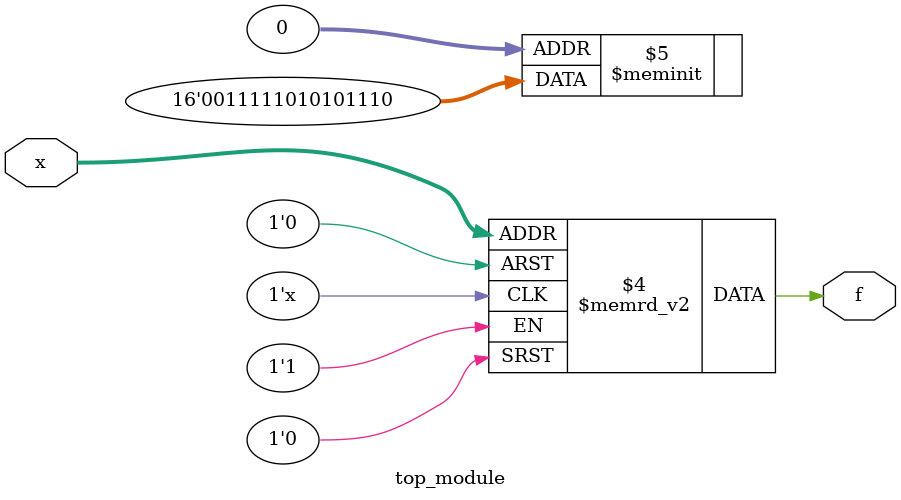
<source format=sv>
module top_module (
    input [4:1] x,
    output logic f
);

always_comb begin
    case (x)
        4'b0001, 4'b0101, 4'b0111, 4'b1001: f = 1'b1;
        4'b0010, 4'b0011, 4'b1010, 4'b1011, 4'b1100, 4'b1101: f = 1'b1; // Don't care conditions
        default: f = 1'b0;
    endcase
end

endmodule

</source>
